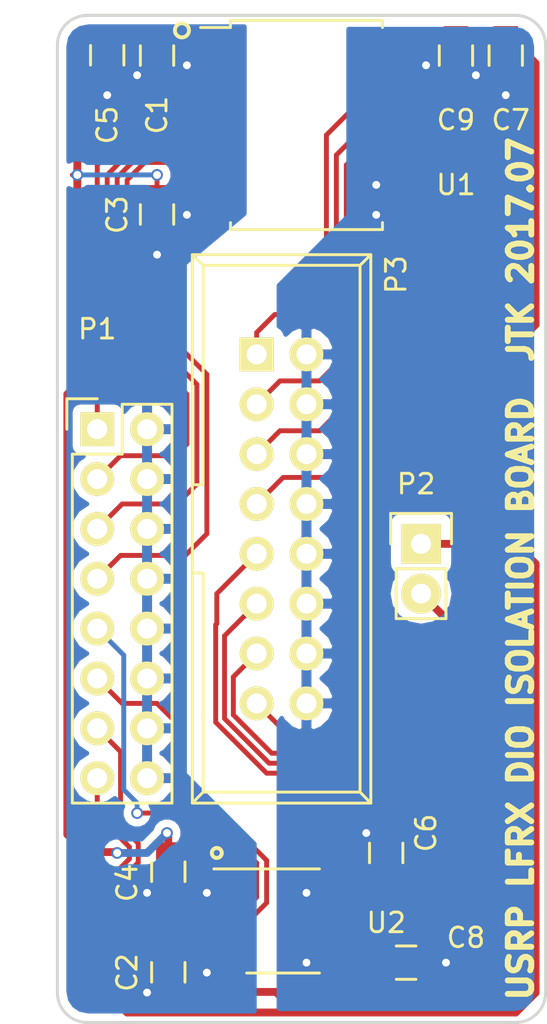
<source format=kicad_pcb>
(kicad_pcb (version 4) (host pcbnew 4.0.4-1.fc24-product)

  (general
    (links 64)
    (no_connects 0)
    (area 221.412999 63.932999 246.455001 115.391001)
    (thickness 1.6)
    (drawings 11)
    (tracks 276)
    (zones 0)
    (modules 14)
    (nets 21)
  )

  (page A4)
  (layers
    (0 F.Cu signal)
    (31 B.Cu signal)
    (32 B.Adhes user)
    (33 F.Adhes user)
    (34 B.Paste user)
    (35 F.Paste user)
    (36 B.SilkS user)
    (37 F.SilkS user)
    (38 B.Mask user)
    (39 F.Mask user)
    (40 Dwgs.User user)
    (41 Cmts.User user)
    (42 Eco1.User user)
    (43 Eco2.User user)
    (44 Edge.Cuts user)
    (45 Margin user)
    (46 B.CrtYd user)
    (47 F.CrtYd user)
    (48 B.Fab user)
    (49 F.Fab user)
  )

  (setup
    (last_trace_width 0.25)
    (user_trace_width 0.4)
    (trace_clearance 0.2)
    (zone_clearance 0.381)
    (zone_45_only no)
    (trace_min 0.2)
    (segment_width 0.2)
    (edge_width 0.15)
    (via_size 0.6)
    (via_drill 0.4)
    (via_min_size 0.4)
    (via_min_drill 0.3)
    (uvia_size 0.3)
    (uvia_drill 0.1)
    (uvias_allowed no)
    (uvia_min_size 0.2)
    (uvia_min_drill 0.1)
    (pcb_text_width 0.3)
    (pcb_text_size 1.5 1.5)
    (mod_edge_width 0.15)
    (mod_text_size 1 1)
    (mod_text_width 0.15)
    (pad_size 1.524 1.524)
    (pad_drill 0.762)
    (pad_to_mask_clearance 0.2)
    (aux_axis_origin 0 0)
    (visible_elements FFFEFF7F)
    (pcbplotparams
      (layerselection 0x00030_80000001)
      (usegerberextensions false)
      (excludeedgelayer true)
      (linewidth 0.100000)
      (plotframeref false)
      (viasonmask false)
      (mode 1)
      (useauxorigin false)
      (hpglpennumber 1)
      (hpglpenspeed 20)
      (hpglpendiameter 15)
      (hpglpenoverlay 2)
      (psnegative false)
      (psa4output false)
      (plotreference true)
      (plotvalue true)
      (plotinvisibletext false)
      (padsonsilk false)
      (subtractmaskfromsilk false)
      (outputformat 1)
      (mirror false)
      (drillshape 1)
      (scaleselection 1)
      (outputdirectory ""))
  )

  (net 0 "")
  (net 1 +3V3)
  (net 2 GND)
  (net 3 VDD)
  (net 4 GNDA)
  (net 5 /ISO_IN_1)
  (net 6 /ISO_IN_2)
  (net 7 /ISO_IN_3)
  (net 8 /ISO_IN_4)
  (net 9 /ISO_IN_5)
  (net 10 /ISO_IN_6)
  (net 11 /ISO_IN_7)
  (net 12 /ISO_IN_8)
  (net 13 /ISO_DIO_1)
  (net 14 /ISO_DIO_2)
  (net 15 /ISO_DIO_3)
  (net 16 /ISO_DIO_4)
  (net 17 /ISO_DIO_5)
  (net 18 /ISO_DIO_6)
  (net 19 /ISO_DIO_7)
  (net 20 /ISO_DIO_8)

  (net_class Default "This is the default net class."
    (clearance 0.2)
    (trace_width 0.25)
    (via_dia 0.6)
    (via_drill 0.4)
    (uvia_dia 0.3)
    (uvia_drill 0.1)
    (add_net +3V3)
    (add_net /ISO_DIO_1)
    (add_net /ISO_DIO_2)
    (add_net /ISO_DIO_3)
    (add_net /ISO_DIO_4)
    (add_net /ISO_DIO_5)
    (add_net /ISO_DIO_6)
    (add_net /ISO_DIO_7)
    (add_net /ISO_DIO_8)
    (add_net /ISO_IN_1)
    (add_net /ISO_IN_2)
    (add_net /ISO_IN_3)
    (add_net /ISO_IN_4)
    (add_net /ISO_IN_5)
    (add_net /ISO_IN_6)
    (add_net /ISO_IN_7)
    (add_net /ISO_IN_8)
    (add_net GND)
    (add_net GNDA)
    (add_net VDD)
  )

  (module Capacitors_SMD:C_0805 (layer F.Cu) (tedit 5415D6EA) (tstamp 5967E1C8)
    (at 238.252 106.68 90)
    (descr "Capacitor SMD 0805, reflow soldering, AVX (see smccp.pdf)")
    (tags "capacitor 0805")
    (path /5967E4BB)
    (attr smd)
    (fp_text reference C6 (at 1.016 2.032 90) (layer F.SilkS)
      (effects (font (size 1 1) (thickness 0.15)))
    )
    (fp_text value "100 nF" (at 0 2.1 90) (layer F.Fab)
      (effects (font (size 1 1) (thickness 0.15)))
    )
    (fp_line (start -1.8 -1) (end 1.8 -1) (layer F.CrtYd) (width 0.05))
    (fp_line (start -1.8 1) (end 1.8 1) (layer F.CrtYd) (width 0.05))
    (fp_line (start -1.8 -1) (end -1.8 1) (layer F.CrtYd) (width 0.05))
    (fp_line (start 1.8 -1) (end 1.8 1) (layer F.CrtYd) (width 0.05))
    (fp_line (start 0.5 -0.85) (end -0.5 -0.85) (layer F.SilkS) (width 0.15))
    (fp_line (start -0.5 0.85) (end 0.5 0.85) (layer F.SilkS) (width 0.15))
    (pad 1 smd rect (at -1 0 90) (size 1 1.25) (layers F.Cu F.Paste F.Mask)
      (net 3 VDD))
    (pad 2 smd rect (at 1 0 90) (size 1 1.25) (layers F.Cu F.Paste F.Mask)
      (net 4 GNDA))
    (model Capacitors_SMD.3dshapes/C_0805.wrl
      (at (xyz 0 0 0))
      (scale (xyz 1 1 1))
      (rotate (xyz 0 0 0))
    )
  )

  (module Capacitors_SMD:C_0805 (layer F.Cu) (tedit 5415D6EA) (tstamp 5967E1AA)
    (at 226.568 66.056 270)
    (descr "Capacitor SMD 0805, reflow soldering, AVX (see smccp.pdf)")
    (tags "capacitor 0805")
    (path /59682406)
    (attr smd)
    (fp_text reference C1 (at 3.032 0 270) (layer F.SilkS)
      (effects (font (size 1 1) (thickness 0.15)))
    )
    (fp_text value "10 uF" (at 0 2.1 270) (layer F.Fab)
      (effects (font (size 1 1) (thickness 0.15)))
    )
    (fp_line (start -1.8 -1) (end 1.8 -1) (layer F.CrtYd) (width 0.05))
    (fp_line (start -1.8 1) (end 1.8 1) (layer F.CrtYd) (width 0.05))
    (fp_line (start -1.8 -1) (end -1.8 1) (layer F.CrtYd) (width 0.05))
    (fp_line (start 1.8 -1) (end 1.8 1) (layer F.CrtYd) (width 0.05))
    (fp_line (start 0.5 -0.85) (end -0.5 -0.85) (layer F.SilkS) (width 0.15))
    (fp_line (start -0.5 0.85) (end 0.5 0.85) (layer F.SilkS) (width 0.15))
    (pad 1 smd rect (at -1 0 270) (size 1 1.25) (layers F.Cu F.Paste F.Mask)
      (net 1 +3V3))
    (pad 2 smd rect (at 1 0 270) (size 1 1.25) (layers F.Cu F.Paste F.Mask)
      (net 2 GND))
    (model Capacitors_SMD.3dshapes/C_0805.wrl
      (at (xyz 0 0 0))
      (scale (xyz 1 1 1))
      (rotate (xyz 0 0 0))
    )
  )

  (module Capacitors_SMD:C_0805 (layer F.Cu) (tedit 5415D6EA) (tstamp 5967E1B0)
    (at 227.143145 112.76 270)
    (descr "Capacitor SMD 0805, reflow soldering, AVX (see smccp.pdf)")
    (tags "capacitor 0805")
    (path /5967EF58)
    (attr smd)
    (fp_text reference C2 (at 0.016 2.099145 270) (layer F.SilkS)
      (effects (font (size 1 1) (thickness 0.15)))
    )
    (fp_text value "100 nF" (at -0.158101 0.752587 270) (layer F.Fab)
      (effects (font (size 1 1) (thickness 0.15)))
    )
    (fp_line (start -1.8 -1) (end 1.8 -1) (layer F.CrtYd) (width 0.05))
    (fp_line (start -1.8 1) (end 1.8 1) (layer F.CrtYd) (width 0.05))
    (fp_line (start -1.8 -1) (end -1.8 1) (layer F.CrtYd) (width 0.05))
    (fp_line (start 1.8 -1) (end 1.8 1) (layer F.CrtYd) (width 0.05))
    (fp_line (start 0.5 -0.85) (end -0.5 -0.85) (layer F.SilkS) (width 0.15))
    (fp_line (start -0.5 0.85) (end 0.5 0.85) (layer F.SilkS) (width 0.15))
    (pad 1 smd rect (at -1 0 270) (size 1 1.25) (layers F.Cu F.Paste F.Mask)
      (net 1 +3V3))
    (pad 2 smd rect (at 1 0 270) (size 1 1.25) (layers F.Cu F.Paste F.Mask)
      (net 2 GND))
    (model Capacitors_SMD.3dshapes/C_0805.wrl
      (at (xyz 0 0 0))
      (scale (xyz 1 1 1))
      (rotate (xyz 0 0 0))
    )
  )

  (module Capacitors_SMD:C_0805 (layer F.Cu) (tedit 5415D6EA) (tstamp 5967E1B6)
    (at 226.568 74.152 270)
    (descr "Capacitor SMD 0805, reflow soldering, AVX (see smccp.pdf)")
    (tags "capacitor 0805")
    (path /5968028A)
    (attr smd)
    (fp_text reference C3 (at 0.016 2.032 270) (layer F.SilkS)
      (effects (font (size 1 1) (thickness 0.15)))
    )
    (fp_text value "100 nF" (at 0 2.1 270) (layer F.Fab)
      (effects (font (size 1 1) (thickness 0.15)))
    )
    (fp_line (start -1.8 -1) (end 1.8 -1) (layer F.CrtYd) (width 0.05))
    (fp_line (start -1.8 1) (end 1.8 1) (layer F.CrtYd) (width 0.05))
    (fp_line (start -1.8 -1) (end -1.8 1) (layer F.CrtYd) (width 0.05))
    (fp_line (start 1.8 -1) (end 1.8 1) (layer F.CrtYd) (width 0.05))
    (fp_line (start 0.5 -0.85) (end -0.5 -0.85) (layer F.SilkS) (width 0.15))
    (fp_line (start -0.5 0.85) (end 0.5 0.85) (layer F.SilkS) (width 0.15))
    (pad 1 smd rect (at -1 0 270) (size 1 1.25) (layers F.Cu F.Paste F.Mask)
      (net 1 +3V3))
    (pad 2 smd rect (at 1 0 270) (size 1 1.25) (layers F.Cu F.Paste F.Mask)
      (net 2 GND))
    (model Capacitors_SMD.3dshapes/C_0805.wrl
      (at (xyz 0 0 0))
      (scale (xyz 1 1 1))
      (rotate (xyz 0 0 0))
    )
  )

  (module Capacitors_SMD:C_0805 (layer F.Cu) (tedit 5415D6EA) (tstamp 5967E1BC)
    (at 227.143145 107.636235 270)
    (descr "Capacitor SMD 0805, reflow soldering, AVX (see smccp.pdf)")
    (tags "capacitor 0805")
    (path /5967F26C)
    (attr smd)
    (fp_text reference C4 (at 0.567765 2.099145 270) (layer F.SilkS)
      (effects (font (size 1 1) (thickness 0.15)))
    )
    (fp_text value "100 nF" (at 0 2.1 270) (layer F.Fab)
      (effects (font (size 1 1) (thickness 0.15)))
    )
    (fp_line (start -1.8 -1) (end 1.8 -1) (layer F.CrtYd) (width 0.05))
    (fp_line (start -1.8 1) (end 1.8 1) (layer F.CrtYd) (width 0.05))
    (fp_line (start -1.8 -1) (end -1.8 1) (layer F.CrtYd) (width 0.05))
    (fp_line (start 1.8 -1) (end 1.8 1) (layer F.CrtYd) (width 0.05))
    (fp_line (start 0.5 -0.85) (end -0.5 -0.85) (layer F.SilkS) (width 0.15))
    (fp_line (start -0.5 0.85) (end 0.5 0.85) (layer F.SilkS) (width 0.15))
    (pad 1 smd rect (at -1 0 270) (size 1 1.25) (layers F.Cu F.Paste F.Mask)
      (net 1 +3V3))
    (pad 2 smd rect (at 1 0 270) (size 1 1.25) (layers F.Cu F.Paste F.Mask)
      (net 2 GND))
    (model Capacitors_SMD.3dshapes/C_0805.wrl
      (at (xyz 0 0 0))
      (scale (xyz 1 1 1))
      (rotate (xyz 0 0 0))
    )
  )

  (module Capacitors_SMD:C_0805 (layer F.Cu) (tedit 5415D6EA) (tstamp 5967E1C2)
    (at 224.028 66.04 270)
    (descr "Capacitor SMD 0805, reflow soldering, AVX (see smccp.pdf)")
    (tags "capacitor 0805")
    (path /596802A7)
    (attr smd)
    (fp_text reference C5 (at 3.556 0 270) (layer F.SilkS)
      (effects (font (size 1 1) (thickness 0.15)))
    )
    (fp_text value "100 nF" (at 0 2.1 270) (layer F.Fab)
      (effects (font (size 1 1) (thickness 0.15)))
    )
    (fp_line (start -1.8 -1) (end 1.8 -1) (layer F.CrtYd) (width 0.05))
    (fp_line (start -1.8 1) (end 1.8 1) (layer F.CrtYd) (width 0.05))
    (fp_line (start -1.8 -1) (end -1.8 1) (layer F.CrtYd) (width 0.05))
    (fp_line (start 1.8 -1) (end 1.8 1) (layer F.CrtYd) (width 0.05))
    (fp_line (start 0.5 -0.85) (end -0.5 -0.85) (layer F.SilkS) (width 0.15))
    (fp_line (start -0.5 0.85) (end 0.5 0.85) (layer F.SilkS) (width 0.15))
    (pad 1 smd rect (at -1 0 270) (size 1 1.25) (layers F.Cu F.Paste F.Mask)
      (net 1 +3V3))
    (pad 2 smd rect (at 1 0 270) (size 1 1.25) (layers F.Cu F.Paste F.Mask)
      (net 2 GND))
    (model Capacitors_SMD.3dshapes/C_0805.wrl
      (at (xyz 0 0 0))
      (scale (xyz 1 1 1))
      (rotate (xyz 0 0 0))
    )
  )

  (module Capacitors_SMD:C_0805 (layer F.Cu) (tedit 5415D6EA) (tstamp 5967E1CE)
    (at 244.348 66.056 270)
    (descr "Capacitor SMD 0805, reflow soldering, AVX (see smccp.pdf)")
    (tags "capacitor 0805")
    (path /59680259)
    (attr smd)
    (fp_text reference C7 (at 3.286 -0.254 360) (layer F.SilkS)
      (effects (font (size 1 1) (thickness 0.15)))
    )
    (fp_text value "100 nF" (at 0 2.1 270) (layer F.Fab)
      (effects (font (size 1 1) (thickness 0.15)))
    )
    (fp_line (start -1.8 -1) (end 1.8 -1) (layer F.CrtYd) (width 0.05))
    (fp_line (start -1.8 1) (end 1.8 1) (layer F.CrtYd) (width 0.05))
    (fp_line (start -1.8 -1) (end -1.8 1) (layer F.CrtYd) (width 0.05))
    (fp_line (start 1.8 -1) (end 1.8 1) (layer F.CrtYd) (width 0.05))
    (fp_line (start 0.5 -0.85) (end -0.5 -0.85) (layer F.SilkS) (width 0.15))
    (fp_line (start -0.5 0.85) (end 0.5 0.85) (layer F.SilkS) (width 0.15))
    (pad 1 smd rect (at -1 0 270) (size 1 1.25) (layers F.Cu F.Paste F.Mask)
      (net 3 VDD))
    (pad 2 smd rect (at 1 0 270) (size 1 1.25) (layers F.Cu F.Paste F.Mask)
      (net 4 GNDA))
    (model Capacitors_SMD.3dshapes/C_0805.wrl
      (at (xyz 0 0 0))
      (scale (xyz 1 1 1))
      (rotate (xyz 0 0 0))
    )
  )

  (module Capacitors_SMD:C_0805 (layer F.Cu) (tedit 5415D6EA) (tstamp 5967E1D4)
    (at 239.268 112.268)
    (descr "Capacitor SMD 0805, reflow soldering, AVX (see smccp.pdf)")
    (tags "capacitor 0805")
    (path /5968026F)
    (attr smd)
    (fp_text reference C8 (at 3.048 -1.27) (layer F.SilkS)
      (effects (font (size 1 1) (thickness 0.15)))
    )
    (fp_text value "100 nF" (at 0 2.1) (layer F.Fab)
      (effects (font (size 1 1) (thickness 0.15)))
    )
    (fp_line (start -1.8 -1) (end 1.8 -1) (layer F.CrtYd) (width 0.05))
    (fp_line (start -1.8 1) (end 1.8 1) (layer F.CrtYd) (width 0.05))
    (fp_line (start -1.8 -1) (end -1.8 1) (layer F.CrtYd) (width 0.05))
    (fp_line (start 1.8 -1) (end 1.8 1) (layer F.CrtYd) (width 0.05))
    (fp_line (start 0.5 -0.85) (end -0.5 -0.85) (layer F.SilkS) (width 0.15))
    (fp_line (start -0.5 0.85) (end 0.5 0.85) (layer F.SilkS) (width 0.15))
    (pad 1 smd rect (at -1 0) (size 1 1.25) (layers F.Cu F.Paste F.Mask)
      (net 3 VDD))
    (pad 2 smd rect (at 1 0) (size 1 1.25) (layers F.Cu F.Paste F.Mask)
      (net 4 GNDA))
    (model Capacitors_SMD.3dshapes/C_0805.wrl
      (at (xyz 0 0 0))
      (scale (xyz 1 1 1))
      (rotate (xyz 0 0 0))
    )
  )

  (module Capacitors_SMD:C_0805 (layer F.Cu) (tedit 5415D6EA) (tstamp 5967E1DA)
    (at 241.808 66.056 270)
    (descr "Capacitor SMD 0805, reflow soldering, AVX (see smccp.pdf)")
    (tags "capacitor 0805")
    (path /596825D3)
    (attr smd)
    (fp_text reference C9 (at 3.286 0 360) (layer F.SilkS)
      (effects (font (size 1 1) (thickness 0.15)))
    )
    (fp_text value "10 uF" (at 0 2.1 270) (layer F.Fab)
      (effects (font (size 1 1) (thickness 0.15)))
    )
    (fp_line (start -1.8 -1) (end 1.8 -1) (layer F.CrtYd) (width 0.05))
    (fp_line (start -1.8 1) (end 1.8 1) (layer F.CrtYd) (width 0.05))
    (fp_line (start -1.8 -1) (end -1.8 1) (layer F.CrtYd) (width 0.05))
    (fp_line (start 1.8 -1) (end 1.8 1) (layer F.CrtYd) (width 0.05))
    (fp_line (start 0.5 -0.85) (end -0.5 -0.85) (layer F.SilkS) (width 0.15))
    (fp_line (start -0.5 0.85) (end 0.5 0.85) (layer F.SilkS) (width 0.15))
    (pad 1 smd rect (at -1 0 270) (size 1 1.25) (layers F.Cu F.Paste F.Mask)
      (net 3 VDD))
    (pad 2 smd rect (at 1 0 270) (size 1 1.25) (layers F.Cu F.Paste F.Mask)
      (net 4 GNDA))
    (model Capacitors_SMD.3dshapes/C_0805.wrl
      (at (xyz 0 0 0))
      (scale (xyz 1 1 1))
      (rotate (xyz 0 0 0))
    )
  )

  (module Pin_Headers:Pin_Header_Straight_2x08 (layer F.Cu) (tedit 0) (tstamp 5967E1EE)
    (at 223.52 85.09)
    (descr "Through hole pin header")
    (tags "pin header")
    (path /59680870)
    (fp_text reference P1 (at 0 -5.1) (layer F.SilkS)
      (effects (font (size 1 1) (thickness 0.15)))
    )
    (fp_text value CONN_02X08 (at 0 -3.1) (layer F.Fab)
      (effects (font (size 1 1) (thickness 0.15)))
    )
    (fp_line (start -1.75 -1.75) (end -1.75 19.55) (layer F.CrtYd) (width 0.05))
    (fp_line (start 4.3 -1.75) (end 4.3 19.55) (layer F.CrtYd) (width 0.05))
    (fp_line (start -1.75 -1.75) (end 4.3 -1.75) (layer F.CrtYd) (width 0.05))
    (fp_line (start -1.75 19.55) (end 4.3 19.55) (layer F.CrtYd) (width 0.05))
    (fp_line (start 3.81 19.05) (end 3.81 -1.27) (layer F.SilkS) (width 0.15))
    (fp_line (start -1.27 1.27) (end -1.27 19.05) (layer F.SilkS) (width 0.15))
    (fp_line (start 3.81 19.05) (end -1.27 19.05) (layer F.SilkS) (width 0.15))
    (fp_line (start 3.81 -1.27) (end 1.27 -1.27) (layer F.SilkS) (width 0.15))
    (fp_line (start 0 -1.55) (end -1.55 -1.55) (layer F.SilkS) (width 0.15))
    (fp_line (start 1.27 -1.27) (end 1.27 1.27) (layer F.SilkS) (width 0.15))
    (fp_line (start 1.27 1.27) (end -1.27 1.27) (layer F.SilkS) (width 0.15))
    (fp_line (start -1.55 -1.55) (end -1.55 0) (layer F.SilkS) (width 0.15))
    (pad 1 thru_hole rect (at 0 0) (size 1.7272 1.7272) (drill 1.016) (layers *.Cu *.Mask F.SilkS)
      (net 5 /ISO_IN_1))
    (pad 2 thru_hole oval (at 2.54 0) (size 1.7272 1.7272) (drill 1.016) (layers *.Cu *.Mask F.SilkS)
      (net 2 GND))
    (pad 3 thru_hole oval (at 0 2.54) (size 1.7272 1.7272) (drill 1.016) (layers *.Cu *.Mask F.SilkS)
      (net 6 /ISO_IN_2))
    (pad 4 thru_hole oval (at 2.54 2.54) (size 1.7272 1.7272) (drill 1.016) (layers *.Cu *.Mask F.SilkS)
      (net 2 GND))
    (pad 5 thru_hole oval (at 0 5.08) (size 1.7272 1.7272) (drill 1.016) (layers *.Cu *.Mask F.SilkS)
      (net 7 /ISO_IN_3))
    (pad 6 thru_hole oval (at 2.54 5.08) (size 1.7272 1.7272) (drill 1.016) (layers *.Cu *.Mask F.SilkS)
      (net 2 GND))
    (pad 7 thru_hole oval (at 0 7.62) (size 1.7272 1.7272) (drill 1.016) (layers *.Cu *.Mask F.SilkS)
      (net 8 /ISO_IN_4))
    (pad 8 thru_hole oval (at 2.54 7.62) (size 1.7272 1.7272) (drill 1.016) (layers *.Cu *.Mask F.SilkS)
      (net 2 GND))
    (pad 9 thru_hole oval (at 0 10.16) (size 1.7272 1.7272) (drill 1.016) (layers *.Cu *.Mask F.SilkS)
      (net 9 /ISO_IN_5))
    (pad 10 thru_hole oval (at 2.54 10.16) (size 1.7272 1.7272) (drill 1.016) (layers *.Cu *.Mask F.SilkS)
      (net 2 GND))
    (pad 11 thru_hole oval (at 0 12.7) (size 1.7272 1.7272) (drill 1.016) (layers *.Cu *.Mask F.SilkS)
      (net 10 /ISO_IN_6))
    (pad 12 thru_hole oval (at 2.54 12.7) (size 1.7272 1.7272) (drill 1.016) (layers *.Cu *.Mask F.SilkS)
      (net 2 GND))
    (pad 13 thru_hole oval (at 0 15.24) (size 1.7272 1.7272) (drill 1.016) (layers *.Cu *.Mask F.SilkS)
      (net 11 /ISO_IN_7))
    (pad 14 thru_hole oval (at 2.54 15.24) (size 1.7272 1.7272) (drill 1.016) (layers *.Cu *.Mask F.SilkS)
      (net 2 GND))
    (pad 15 thru_hole oval (at 0 17.78) (size 1.7272 1.7272) (drill 1.016) (layers *.Cu *.Mask F.SilkS)
      (net 12 /ISO_IN_8))
    (pad 16 thru_hole oval (at 2.54 17.78) (size 1.7272 1.7272) (drill 1.016) (layers *.Cu *.Mask F.SilkS)
      (net 2 GND))
    (model Pin_Headers.3dshapes/Pin_Header_Straight_2x08.wrl
      (at (xyz 0.05 -0.35 0))
      (scale (xyz 1 1 1))
      (rotate (xyz 0 0 90))
    )
  )

  (module Pin_Headers:Pin_Header_Straight_1x02 (layer F.Cu) (tedit 54EA090C) (tstamp 5967E1F4)
    (at 240.03 90.932)
    (descr "Through hole pin header")
    (tags "pin header")
    (path /596832B5)
    (fp_text reference P2 (at -0.254 -3.048) (layer F.SilkS)
      (effects (font (size 1 1) (thickness 0.15)))
    )
    (fp_text value CONN_01X02 (at 0 -3.1) (layer F.Fab)
      (effects (font (size 1 1) (thickness 0.15)))
    )
    (fp_line (start 1.27 1.27) (end 1.27 3.81) (layer F.SilkS) (width 0.15))
    (fp_line (start 1.55 -1.55) (end 1.55 0) (layer F.SilkS) (width 0.15))
    (fp_line (start -1.75 -1.75) (end -1.75 4.3) (layer F.CrtYd) (width 0.05))
    (fp_line (start 1.75 -1.75) (end 1.75 4.3) (layer F.CrtYd) (width 0.05))
    (fp_line (start -1.75 -1.75) (end 1.75 -1.75) (layer F.CrtYd) (width 0.05))
    (fp_line (start -1.75 4.3) (end 1.75 4.3) (layer F.CrtYd) (width 0.05))
    (fp_line (start 1.27 1.27) (end -1.27 1.27) (layer F.SilkS) (width 0.15))
    (fp_line (start -1.55 0) (end -1.55 -1.55) (layer F.SilkS) (width 0.15))
    (fp_line (start -1.55 -1.55) (end 1.55 -1.55) (layer F.SilkS) (width 0.15))
    (fp_line (start -1.27 1.27) (end -1.27 3.81) (layer F.SilkS) (width 0.15))
    (fp_line (start -1.27 3.81) (end 1.27 3.81) (layer F.SilkS) (width 0.15))
    (pad 1 thru_hole rect (at 0 0) (size 2.032 2.032) (drill 1.016) (layers *.Cu *.Mask F.SilkS)
      (net 1 +3V3))
    (pad 2 thru_hole oval (at 0 2.54) (size 2.032 2.032) (drill 1.016) (layers *.Cu *.Mask F.SilkS)
      (net 2 GND))
    (model Pin_Headers.3dshapes/Pin_Header_Straight_1x02.wrl
      (at (xyz 0 -0.05 0))
      (scale (xyz 1 1 1))
      (rotate (xyz 0 0 90))
    )
  )

  (module Connect:IDC_Header_Straight_16pins (layer F.Cu) (tedit 0) (tstamp 5967E208)
    (at 231.648 81.28 270)
    (descr "16 pins through hole IDC header")
    (tags "IDC header socket VASCH")
    (path /5967E7CD)
    (fp_text reference P3 (at -4.064 -7.112 270) (layer F.SilkS)
      (effects (font (size 1 1) (thickness 0.15)))
    )
    (fp_text value CONN_02X08 (at 8.89 5.223 270) (layer F.Fab)
      (effects (font (size 1 1) (thickness 0.15)))
    )
    (fp_line (start -5.08 -5.82) (end 22.86 -5.82) (layer F.SilkS) (width 0.15))
    (fp_line (start -4.54 -5.27) (end 22.3 -5.27) (layer F.SilkS) (width 0.15))
    (fp_line (start -5.08 3.28) (end 22.86 3.28) (layer F.SilkS) (width 0.15))
    (fp_line (start -4.54 2.73) (end 6.64 2.73) (layer F.SilkS) (width 0.15))
    (fp_line (start 11.14 2.73) (end 22.3 2.73) (layer F.SilkS) (width 0.15))
    (fp_line (start 6.64 2.73) (end 6.64 3.28) (layer F.SilkS) (width 0.15))
    (fp_line (start 11.14 2.73) (end 11.14 3.28) (layer F.SilkS) (width 0.15))
    (fp_line (start -5.08 -5.82) (end -5.08 3.28) (layer F.SilkS) (width 0.15))
    (fp_line (start -4.54 -5.27) (end -4.54 2.73) (layer F.SilkS) (width 0.15))
    (fp_line (start 22.86 -5.82) (end 22.86 3.28) (layer F.SilkS) (width 0.15))
    (fp_line (start 22.3 -5.27) (end 22.3 2.73) (layer F.SilkS) (width 0.15))
    (fp_line (start -5.08 -5.82) (end -4.54 -5.27) (layer F.SilkS) (width 0.15))
    (fp_line (start 22.86 -5.82) (end 22.3 -5.27) (layer F.SilkS) (width 0.15))
    (fp_line (start -5.08 3.28) (end -4.54 2.73) (layer F.SilkS) (width 0.15))
    (fp_line (start 22.86 3.28) (end 22.3 2.73) (layer F.SilkS) (width 0.15))
    (fp_line (start -5.35 -6.05) (end 23.1 -6.05) (layer F.CrtYd) (width 0.05))
    (fp_line (start 23.1 -6.05) (end 23.1 3.55) (layer F.CrtYd) (width 0.05))
    (fp_line (start 23.1 3.55) (end -5.35 3.55) (layer F.CrtYd) (width 0.05))
    (fp_line (start -5.35 3.55) (end -5.35 -6.05) (layer F.CrtYd) (width 0.05))
    (pad 1 thru_hole rect (at 0 0 270) (size 1.7272 1.7272) (drill 1.016) (layers *.Cu *.Mask F.SilkS)
      (net 13 /ISO_DIO_1))
    (pad 2 thru_hole oval (at 0 -2.54 270) (size 1.7272 1.7272) (drill 1.016) (layers *.Cu *.Mask F.SilkS)
      (net 4 GNDA))
    (pad 3 thru_hole oval (at 2.54 0 270) (size 1.7272 1.7272) (drill 1.016) (layers *.Cu *.Mask F.SilkS)
      (net 14 /ISO_DIO_2))
    (pad 4 thru_hole oval (at 2.54 -2.54 270) (size 1.7272 1.7272) (drill 1.016) (layers *.Cu *.Mask F.SilkS)
      (net 4 GNDA))
    (pad 5 thru_hole oval (at 5.08 0 270) (size 1.7272 1.7272) (drill 1.016) (layers *.Cu *.Mask F.SilkS)
      (net 15 /ISO_DIO_3))
    (pad 6 thru_hole oval (at 5.08 -2.54 270) (size 1.7272 1.7272) (drill 1.016) (layers *.Cu *.Mask F.SilkS)
      (net 4 GNDA))
    (pad 7 thru_hole oval (at 7.62 0 270) (size 1.7272 1.7272) (drill 1.016) (layers *.Cu *.Mask F.SilkS)
      (net 16 /ISO_DIO_4))
    (pad 8 thru_hole oval (at 7.62 -2.54 270) (size 1.7272 1.7272) (drill 1.016) (layers *.Cu *.Mask F.SilkS)
      (net 4 GNDA))
    (pad 9 thru_hole oval (at 10.16 0 270) (size 1.7272 1.7272) (drill 1.016) (layers *.Cu *.Mask F.SilkS)
      (net 17 /ISO_DIO_5))
    (pad 10 thru_hole oval (at 10.16 -2.54 270) (size 1.7272 1.7272) (drill 1.016) (layers *.Cu *.Mask F.SilkS)
      (net 4 GNDA))
    (pad 11 thru_hole oval (at 12.7 0 270) (size 1.7272 1.7272) (drill 1.016) (layers *.Cu *.Mask F.SilkS)
      (net 18 /ISO_DIO_6))
    (pad 12 thru_hole oval (at 12.7 -2.54 270) (size 1.7272 1.7272) (drill 1.016) (layers *.Cu *.Mask F.SilkS)
      (net 4 GNDA))
    (pad 13 thru_hole oval (at 15.24 0 270) (size 1.7272 1.7272) (drill 1.016) (layers *.Cu *.Mask F.SilkS)
      (net 19 /ISO_DIO_7))
    (pad 14 thru_hole oval (at 15.24 -2.54 270) (size 1.7272 1.7272) (drill 1.016) (layers *.Cu *.Mask F.SilkS)
      (net 4 GNDA))
    (pad 15 thru_hole oval (at 17.78 0 270) (size 1.7272 1.7272) (drill 1.016) (layers *.Cu *.Mask F.SilkS)
      (net 20 /ISO_DIO_8))
    (pad 16 thru_hole oval (at 17.78 -2.54 270) (size 1.7272 1.7272) (drill 1.016) (layers *.Cu *.Mask F.SilkS)
      (net 4 GNDA))
  )

  (module Housings_SOIC:SOIC-16_7.5x10.3mm_Pitch1.27mm (layer F.Cu) (tedit 54130A77) (tstamp 5967E21C)
    (at 234.188 69.596)
    (descr "16-Lead Plastic Small Outline (SO) - Wide, 7.50 mm Body [SOIC] (see Microchip Packaging Specification 00000049BS.pdf)")
    (tags "SOIC 1.27")
    (path /59681FCD)
    (attr smd)
    (fp_text reference U1 (at 7.62 3.048) (layer F.SilkS)
      (effects (font (size 1 1) (thickness 0.15)))
    )
    (fp_text value ADUM6400ARWZ (at 0 6.25) (layer F.Fab)
      (effects (font (size 1 1) (thickness 0.15)))
    )
    (fp_line (start -5.65 -5.5) (end -5.65 5.5) (layer F.CrtYd) (width 0.05))
    (fp_line (start 5.65 -5.5) (end 5.65 5.5) (layer F.CrtYd) (width 0.05))
    (fp_line (start -5.65 -5.5) (end 5.65 -5.5) (layer F.CrtYd) (width 0.05))
    (fp_line (start -5.65 5.5) (end 5.65 5.5) (layer F.CrtYd) (width 0.05))
    (fp_line (start -3.875 -5.325) (end -3.875 -4.97) (layer F.SilkS) (width 0.15))
    (fp_line (start 3.875 -5.325) (end 3.875 -4.97) (layer F.SilkS) (width 0.15))
    (fp_line (start 3.875 5.325) (end 3.875 4.97) (layer F.SilkS) (width 0.15))
    (fp_line (start -3.875 5.325) (end -3.875 4.97) (layer F.SilkS) (width 0.15))
    (fp_line (start -3.875 -5.325) (end 3.875 -5.325) (layer F.SilkS) (width 0.15))
    (fp_line (start -3.875 5.325) (end 3.875 5.325) (layer F.SilkS) (width 0.15))
    (fp_line (start -3.875 -4.97) (end -5.4 -4.97) (layer F.SilkS) (width 0.15))
    (pad 1 smd rect (at -4.65 -4.445) (size 1.5 0.6) (layers F.Cu F.Paste F.Mask)
      (net 1 +3V3))
    (pad 2 smd rect (at -4.65 -3.175) (size 1.5 0.6) (layers F.Cu F.Paste F.Mask)
      (net 2 GND))
    (pad 3 smd rect (at -4.65 -1.905) (size 1.5 0.6) (layers F.Cu F.Paste F.Mask)
      (net 5 /ISO_IN_1))
    (pad 4 smd rect (at -4.65 -0.635) (size 1.5 0.6) (layers F.Cu F.Paste F.Mask)
      (net 6 /ISO_IN_2))
    (pad 5 smd rect (at -4.65 0.635) (size 1.5 0.6) (layers F.Cu F.Paste F.Mask)
      (net 7 /ISO_IN_3))
    (pad 6 smd rect (at -4.65 1.905) (size 1.5 0.6) (layers F.Cu F.Paste F.Mask)
      (net 8 /ISO_IN_4))
    (pad 7 smd rect (at -4.65 3.175) (size 1.5 0.6) (layers F.Cu F.Paste F.Mask)
      (net 1 +3V3))
    (pad 8 smd rect (at -4.65 4.445) (size 1.5 0.6) (layers F.Cu F.Paste F.Mask)
      (net 2 GND))
    (pad 9 smd rect (at 4.65 4.445) (size 1.5 0.6) (layers F.Cu F.Paste F.Mask)
      (net 4 GNDA))
    (pad 10 smd rect (at 4.65 3.175) (size 1.5 0.6) (layers F.Cu F.Paste F.Mask)
      (net 4 GNDA))
    (pad 11 smd rect (at 4.65 1.905) (size 1.5 0.6) (layers F.Cu F.Paste F.Mask)
      (net 16 /ISO_DIO_4))
    (pad 12 smd rect (at 4.65 0.635) (size 1.5 0.6) (layers F.Cu F.Paste F.Mask)
      (net 15 /ISO_DIO_3))
    (pad 13 smd rect (at 4.65 -0.635) (size 1.5 0.6) (layers F.Cu F.Paste F.Mask)
      (net 14 /ISO_DIO_2))
    (pad 14 smd rect (at 4.65 -1.905) (size 1.5 0.6) (layers F.Cu F.Paste F.Mask)
      (net 13 /ISO_DIO_1))
    (pad 15 smd rect (at 4.65 -3.175) (size 1.5 0.6) (layers F.Cu F.Paste F.Mask)
      (net 4 GNDA))
    (pad 16 smd rect (at 4.65 -4.445) (size 1.5 0.6) (layers F.Cu F.Paste F.Mask)
      (net 3 VDD))
    (model Housings_SOIC.3dshapes/SOIC-16_7.5x10.3mm_Pitch1.27mm.wrl
      (at (xyz 0 0 0))
      (scale (xyz 1 1 1))
      (rotate (xyz 0 0 0))
    )
  )

  (module Housings_SSOP:QSOP-16_3.9x4.9mm_Pitch0.635mm (layer F.Cu) (tedit 54130A77) (tstamp 5967E230)
    (at 232.994558 110.145134)
    (descr "16-Lead Plastic Shrink Small Outline Narrow Body (QR)-.150\" Body [QSOP] (see Microchip Packaging Specification 00000049BS.pdf)")
    (tags "SSOP 0.635")
    (path /5967E21C)
    (attr smd)
    (fp_text reference U2 (at 5.257442 0.090866) (layer F.SilkS)
      (effects (font (size 1 1) (thickness 0.15)))
    )
    (fp_text value ADUM7440 (at 0 3.5) (layer F.Fab)
      (effects (font (size 1 1) (thickness 0.15)))
    )
    (fp_line (start -3.7 -2.75) (end -3.7 2.75) (layer F.CrtYd) (width 0.05))
    (fp_line (start 3.7 -2.75) (end 3.7 2.75) (layer F.CrtYd) (width 0.05))
    (fp_line (start -3.7 -2.75) (end 3.7 -2.75) (layer F.CrtYd) (width 0.05))
    (fp_line (start -3.7 2.75) (end 3.7 2.75) (layer F.CrtYd) (width 0.05))
    (fp_line (start -1.8543 2.6525) (end 1.8543 2.6525) (layer F.SilkS) (width 0.15))
    (fp_line (start -3.5293 -2.6525) (end 1.8543 -2.6525) (layer F.SilkS) (width 0.15))
    (pad 1 smd rect (at -2.6543 -2.2225) (size 1.6 0.41) (layers F.Cu F.Paste F.Mask)
      (net 1 +3V3))
    (pad 2 smd rect (at -2.6543 -1.5875) (size 1.6 0.41) (layers F.Cu F.Paste F.Mask)
      (net 2 GND))
    (pad 3 smd rect (at -2.6543 -0.9525) (size 1.6 0.41) (layers F.Cu F.Paste F.Mask)
      (net 9 /ISO_IN_5))
    (pad 4 smd rect (at -2.6543 -0.3175) (size 1.6 0.41) (layers F.Cu F.Paste F.Mask)
      (net 10 /ISO_IN_6))
    (pad 5 smd rect (at -2.6543 0.3175) (size 1.6 0.41) (layers F.Cu F.Paste F.Mask)
      (net 11 /ISO_IN_7))
    (pad 6 smd rect (at -2.6543 0.9525) (size 1.6 0.41) (layers F.Cu F.Paste F.Mask)
      (net 12 /ISO_IN_8))
    (pad 7 smd rect (at -2.6543 1.5875) (size 1.6 0.41) (layers F.Cu F.Paste F.Mask)
      (net 1 +3V3))
    (pad 8 smd rect (at -2.6543 2.2225) (size 1.6 0.41) (layers F.Cu F.Paste F.Mask)
      (net 2 GND))
    (pad 9 smd rect (at 2.6543 2.2225) (size 1.6 0.41) (layers F.Cu F.Paste F.Mask)
      (net 4 GNDA))
    (pad 10 smd rect (at 2.6543 1.5875) (size 1.6 0.41) (layers F.Cu F.Paste F.Mask)
      (net 3 VDD))
    (pad 11 smd rect (at 2.6543 0.9525) (size 1.6 0.41) (layers F.Cu F.Paste F.Mask)
      (net 20 /ISO_DIO_8))
    (pad 12 smd rect (at 2.6543 0.3175) (size 1.6 0.41) (layers F.Cu F.Paste F.Mask)
      (net 19 /ISO_DIO_7))
    (pad 13 smd rect (at 2.6543 -0.3175) (size 1.6 0.41) (layers F.Cu F.Paste F.Mask)
      (net 18 /ISO_DIO_6))
    (pad 14 smd rect (at 2.6543 -0.9525) (size 1.6 0.41) (layers F.Cu F.Paste F.Mask)
      (net 17 /ISO_DIO_5))
    (pad 15 smd rect (at 2.6543 -1.5875) (size 1.6 0.41) (layers F.Cu F.Paste F.Mask)
      (net 4 GNDA))
    (pad 16 smd rect (at 2.6543 -2.2225) (size 1.6 0.41) (layers F.Cu F.Paste F.Mask)
      (net 3 VDD))
    (model Housings_SSOP.3dshapes/QSOP-16_3.9x4.9mm_Pitch0.635mm.wrl
      (at (xyz 0 0 0))
      (scale (xyz 1 1 1))
      (rotate (xyz 0 0 0))
    )
  )

  (gr_text "USRP LFRX DIO ISOLATION BOARD  JTK 2017.07" (at 245.11 92.202 90) (layer F.SilkS)
    (effects (font (size 1.2 1.2) (thickness 0.3)))
  )
  (gr_circle (center 227.838 64.77) (end 227.584 64.516) (layer F.SilkS) (width 0.2))
  (gr_circle (center 229.616 106.68) (end 229.362 106.68) (layer F.SilkS) (width 0.2))
  (gr_line (start 246.38 65.532) (end 246.38 113.792) (layer Edge.Cuts) (width 0.15))
  (gr_line (start 223.012 64.008) (end 244.856 64.008) (layer Edge.Cuts) (width 0.15))
  (gr_line (start 221.488 113.792) (end 221.488 65.532) (layer Edge.Cuts) (width 0.15))
  (gr_line (start 244.856 115.316) (end 223.012 115.316) (layer Edge.Cuts) (width 0.15))
  (gr_arc (start 223.012 65.532) (end 221.488 65.532) (angle 90) (layer Edge.Cuts) (width 0.15))
  (gr_arc (start 244.856 65.532) (end 244.856 64.008) (angle 90) (layer Edge.Cuts) (width 0.15))
  (gr_arc (start 244.856 113.792) (end 246.38 113.792) (angle 90) (layer Edge.Cuts) (width 0.15))
  (gr_arc (start 223.012 113.792) (end 223.012 115.316) (angle 90) (layer Edge.Cuts) (width 0.15))

  (segment (start 224.536 106.68) (end 226.06 106.68) (width 0.4) (layer B.Cu) (net 1))
  (segment (start 226.06 106.68) (end 226.103765 106.636235) (width 0.4) (layer B.Cu) (net 1))
  (segment (start 222.89499 106.636235) (end 224.492235 106.636235) (width 0.4) (layer F.Cu) (net 1))
  (via (at 224.536 106.68) (size 0.6) (drill 0.4) (layers F.Cu B.Cu) (net 1))
  (segment (start 224.492235 106.636235) (end 224.536 106.68) (width 0.4) (layer F.Cu) (net 1))
  (segment (start 224.492235 111.76) (end 224.492235 114.256235) (width 0.4) (layer F.Cu) (net 1))
  (segment (start 224.492235 114.256235) (end 225.044 114.808) (width 0.4) (layer F.Cu) (net 1))
  (segment (start 241.446 90.932) (end 240.03 90.932) (width 0.4) (layer F.Cu) (net 1))
  (segment (start 225.044 114.808) (end 244.856 114.808) (width 0.4) (layer F.Cu) (net 1))
  (segment (start 244.856 114.808) (end 245.872 113.792) (width 0.4) (layer F.Cu) (net 1))
  (segment (start 245.872 91.948) (end 244.856 90.932) (width 0.4) (layer F.Cu) (net 1))
  (segment (start 245.872 113.792) (end 245.872 91.948) (width 0.4) (layer F.Cu) (net 1))
  (segment (start 244.856 90.932) (end 241.446 90.932) (width 0.4) (layer F.Cu) (net 1))
  (segment (start 226.568 65.056) (end 228.293 65.056) (width 0.4) (layer F.Cu) (net 1))
  (segment (start 228.293 65.056) (end 228.388 65.151) (width 0.4) (layer F.Cu) (net 1))
  (segment (start 224.028 65.04) (end 226.552 65.04) (width 0.4) (layer F.Cu) (net 1))
  (segment (start 226.552 65.04) (end 226.568 65.056) (width 0.4) (layer F.Cu) (net 1))
  (segment (start 222.996 65.04) (end 222.504 65.532) (width 0.4) (layer F.Cu) (net 1))
  (segment (start 222.504 65.532) (end 222.504 66.04) (width 0.4) (layer F.Cu) (net 1))
  (segment (start 224.028 65.04) (end 222.996 65.04) (width 0.4) (layer F.Cu) (net 1))
  (segment (start 222.504 72.136) (end 222.504 82.804) (width 0.4) (layer F.Cu) (net 1))
  (segment (start 222.504 82.804) (end 221.996 83.312) (width 0.4) (layer F.Cu) (net 1))
  (segment (start 221.996 105.737245) (end 222.89499 106.636235) (width 0.4) (layer F.Cu) (net 1))
  (segment (start 221.996 83.312) (end 221.996 105.737245) (width 0.4) (layer F.Cu) (net 1))
  (segment (start 222.504 66.04) (end 222.504 72.136) (width 0.4) (layer F.Cu) (net 1))
  (segment (start 222.504 72.136) (end 222.256399 72.136) (width 0.25) (layer F.Cu) (net 1))
  (segment (start 223.012 72.136) (end 222.504 72.136) (width 0.25) (layer B.Cu) (net 1))
  (via (at 222.504 72.136) (size 0.6) (drill 0.4) (layers F.Cu B.Cu) (net 1))
  (segment (start 226.568 72.136) (end 223.012 72.136) (width 0.25) (layer B.Cu) (net 1))
  (segment (start 226.568 73.152) (end 226.568 72.136) (width 0.25) (layer F.Cu) (net 1))
  (via (at 226.568 72.136) (size 0.6) (drill 0.4) (layers F.Cu B.Cu) (net 1))
  (segment (start 228.473 72.771) (end 228.092 73.152) (width 0.25) (layer F.Cu) (net 1))
  (segment (start 228.092 73.152) (end 226.568 73.152) (width 0.25) (layer F.Cu) (net 1))
  (segment (start 229.538 72.771) (end 228.473 72.771) (width 0.25) (layer F.Cu) (net 1))
  (segment (start 222.594991 106.336236) (end 222.89499 106.636235) (width 0.4) (layer F.Cu) (net 1))
  (segment (start 222.256399 105.997644) (end 222.594991 106.336236) (width 0.4) (layer F.Cu) (net 1))
  (segment (start 224.492235 111.76) (end 222.89499 110.162755) (width 0.4) (layer F.Cu) (net 1))
  (segment (start 222.89499 107.060499) (end 222.89499 106.636235) (width 0.4) (layer F.Cu) (net 1))
  (segment (start 227.076 105.664) (end 226.103765 106.636235) (width 0.4) (layer B.Cu) (net 1))
  (segment (start 222.89499 110.162755) (end 222.89499 107.060499) (width 0.4) (layer F.Cu) (net 1))
  (segment (start 227.143145 105.731145) (end 227.076 105.664) (width 0.4) (layer F.Cu) (net 1))
  (via (at 227.076 105.664) (size 0.6) (drill 0.4) (layers F.Cu B.Cu) (net 1))
  (segment (start 227.143145 106.636235) (end 227.143145 105.731145) (width 0.4) (layer F.Cu) (net 1))
  (segment (start 230.340258 107.922634) (end 229.140258 107.922634) (width 0.4) (layer F.Cu) (net 1))
  (segment (start 229.140258 107.922634) (end 228.913624 107.696) (width 0.4) (layer F.Cu) (net 1))
  (segment (start 228.913624 107.696) (end 228.913624 106.993624) (width 0.4) (layer F.Cu) (net 1))
  (segment (start 228.913624 106.993624) (end 228.556235 106.636235) (width 0.4) (layer F.Cu) (net 1))
  (segment (start 228.556235 106.636235) (end 227.143145 106.636235) (width 0.4) (layer F.Cu) (net 1))
  (segment (start 227.143145 111.76) (end 224.492235 111.76) (width 0.4) (layer F.Cu) (net 1))
  (segment (start 230.340258 111.732634) (end 227.170511 111.732634) (width 0.4) (layer F.Cu) (net 1))
  (segment (start 227.170511 111.732634) (end 227.143145 111.76) (width 0.4) (layer F.Cu) (net 1))
  (segment (start 229.538 65.151) (end 228.388 65.151) (width 0.4) (layer F.Cu) (net 1))
  (segment (start 241.045999 94.487999) (end 240.03 93.472) (width 0.4) (layer F.Cu) (net 2))
  (segment (start 243.424011 114.207989) (end 244.856 112.776) (width 0.4) (layer F.Cu) (net 2))
  (segment (start 233.079989 114.207989) (end 243.424011 114.207989) (width 0.4) (layer F.Cu) (net 2))
  (segment (start 232.632 113.76) (end 233.079989 114.207989) (width 0.4) (layer F.Cu) (net 2))
  (segment (start 227.143145 113.76) (end 232.632 113.76) (width 0.4) (layer F.Cu) (net 2))
  (segment (start 244.856 98.298) (end 241.045999 94.487999) (width 0.4) (layer F.Cu) (net 2))
  (segment (start 244.856 112.776) (end 244.856 98.298) (width 0.4) (layer F.Cu) (net 2))
  (segment (start 224.028 67.04) (end 224.028 68.072) (width 0.4) (layer F.Cu) (net 2))
  (via (at 224.028 68.072) (size 0.6) (drill 0.4) (layers F.Cu B.Cu) (net 2))
  (segment (start 226.568 67.056) (end 225.552 67.056) (width 0.4) (layer F.Cu) (net 2))
  (via (at 225.552 67.056) (size 0.6) (drill 0.4) (layers F.Cu B.Cu) (net 2))
  (segment (start 229.538 66.421) (end 228.219 66.421) (width 0.4) (layer F.Cu) (net 2))
  (segment (start 228.219 66.421) (end 228.092 66.548) (width 0.4) (layer F.Cu) (net 2))
  (via (at 228.092 66.548) (size 0.6) (drill 0.4) (layers F.Cu B.Cu) (net 2))
  (segment (start 229.538 74.041) (end 228.219 74.041) (width 0.4) (layer F.Cu) (net 2))
  (segment (start 228.219 74.041) (end 228.092 74.168) (width 0.4) (layer F.Cu) (net 2))
  (via (at 228.092 74.168) (size 0.6) (drill 0.4) (layers F.Cu B.Cu) (net 2))
  (segment (start 226.568 75.152) (end 226.568 76.2) (width 0.4) (layer F.Cu) (net 2))
  (via (at 226.568 76.2) (size 0.6) (drill 0.4) (layers F.Cu B.Cu) (net 2))
  (segment (start 227.143145 113.76) (end 226.092 113.76) (width 0.25) (layer F.Cu) (net 2))
  (segment (start 226.092 113.76) (end 226.06 113.792) (width 0.25) (layer F.Cu) (net 2))
  (via (at 226.06 113.792) (size 0.6) (drill 0.4) (layers F.Cu B.Cu) (net 2))
  (segment (start 230.340258 112.367634) (end 229.516366 112.367634) (width 0.25) (layer F.Cu) (net 2))
  (segment (start 229.516366 112.367634) (end 229.108 112.776) (width 0.25) (layer F.Cu) (net 2))
  (via (at 229.108 112.776) (size 0.6) (drill 0.4) (layers F.Cu B.Cu) (net 2))
  (segment (start 227.143145 108.636235) (end 226.135765 108.636235) (width 0.25) (layer F.Cu) (net 2))
  (segment (start 226.135765 108.636235) (end 226.06 108.712) (width 0.25) (layer F.Cu) (net 2))
  (via (at 226.06 108.712) (size 0.6) (drill 0.4) (layers F.Cu B.Cu) (net 2))
  (segment (start 230.340258 108.557634) (end 229.262366 108.557634) (width 0.25) (layer F.Cu) (net 2))
  (segment (start 229.262366 108.557634) (end 229.108 108.712) (width 0.25) (layer F.Cu) (net 2))
  (via (at 229.108 108.712) (size 0.6) (drill 0.4) (layers F.Cu B.Cu) (net 2))
  (segment (start 243.776 101.536) (end 238.252 96.012) (width 0.4) (layer F.Cu) (net 3))
  (segment (start 243.776 111.252) (end 243.776 101.536) (width 0.4) (layer F.Cu) (net 3))
  (segment (start 238.268 113.284) (end 238.591978 113.607978) (width 0.4) (layer F.Cu) (net 3))
  (segment (start 245.872 79.756) (end 245.872 66.455) (width 0.4) (layer F.Cu) (net 3))
  (segment (start 238.252 87.376) (end 245.872 79.756) (width 0.4) (layer F.Cu) (net 3))
  (segment (start 238.591978 113.607978) (end 241.420022 113.607978) (width 0.4) (layer F.Cu) (net 3))
  (segment (start 241.420022 113.607978) (end 243.776 111.252) (width 0.4) (layer F.Cu) (net 3))
  (segment (start 245.872 66.455) (end 244.473 65.056) (width 0.4) (layer F.Cu) (net 3))
  (segment (start 238.252 96.012) (end 238.252 87.376) (width 0.4) (layer F.Cu) (net 3))
  (segment (start 244.473 65.056) (end 244.348 65.056) (width 0.4) (layer F.Cu) (net 3))
  (segment (start 238.268 112.268) (end 238.268 113.284) (width 0.4) (layer F.Cu) (net 3))
  (segment (start 233.68 113.284) (end 238.268 113.284) (width 0.4) (layer F.Cu) (net 3))
  (segment (start 233.172 112.776) (end 233.68 113.284) (width 0.4) (layer F.Cu) (net 3))
  (segment (start 235.648858 107.922634) (end 233.453366 107.922634) (width 0.4) (layer F.Cu) (net 3))
  (segment (start 233.172 108.204) (end 233.172 112.776) (width 0.4) (layer F.Cu) (net 3))
  (segment (start 233.453366 107.922634) (end 233.172 108.204) (width 0.4) (layer F.Cu) (net 3))
  (segment (start 238.838 65.151) (end 241.713 65.151) (width 0.4) (layer F.Cu) (net 3))
  (segment (start 241.713 65.151) (end 241.808 65.056) (width 0.4) (layer F.Cu) (net 3))
  (segment (start 244.348 65.056) (end 241.808 65.056) (width 0.4) (layer F.Cu) (net 3))
  (segment (start 237.236 112.119776) (end 237.236 112.136) (width 0.4) (layer F.Cu) (net 3))
  (segment (start 237.236 112.136) (end 237.368 112.268) (width 0.4) (layer F.Cu) (net 3))
  (segment (start 237.368 112.268) (end 238.268 112.268) (width 0.4) (layer F.Cu) (net 3))
  (segment (start 235.648858 111.732634) (end 236.848858 111.732634) (width 0.4) (layer F.Cu) (net 3))
  (segment (start 236.848858 111.732634) (end 237.236 112.119776) (width 0.4) (layer F.Cu) (net 3))
  (segment (start 235.648858 107.922634) (end 238.009366 107.922634) (width 0.4) (layer F.Cu) (net 3))
  (segment (start 238.009366 107.922634) (end 238.252 107.68) (width 0.4) (layer F.Cu) (net 3))
  (segment (start 235.648858 107.922634) (end 236.360058 107.922634) (width 0.25) (layer F.Cu) (net 3))
  (segment (start 238.838 72.771) (end 237.871 72.771) (width 0.4) (layer F.Cu) (net 4))
  (segment (start 237.871 72.771) (end 237.744 72.644) (width 0.4) (layer F.Cu) (net 4))
  (via (at 237.744 72.644) (size 0.6) (drill 0.4) (layers F.Cu B.Cu) (net 4))
  (segment (start 238.838 74.041) (end 237.871 74.041) (width 0.4) (layer F.Cu) (net 4))
  (via (at 237.744 74.168) (size 0.6) (drill 0.4) (layers F.Cu B.Cu) (net 4))
  (segment (start 237.871 74.041) (end 237.744 74.168) (width 0.4) (layer F.Cu) (net 4))
  (segment (start 238.252 105.68) (end 237.252 105.68) (width 0.4) (layer F.Cu) (net 4))
  (via (at 237.236 105.664) (size 0.6) (drill 0.4) (layers F.Cu B.Cu) (net 4))
  (segment (start 237.252 105.68) (end 237.236 105.664) (width 0.4) (layer F.Cu) (net 4))
  (segment (start 240.268 112.268) (end 241.3 112.268) (width 0.4) (layer F.Cu) (net 4))
  (via (at 241.3 112.268) (size 0.6) (drill 0.4) (layers F.Cu B.Cu) (net 4))
  (segment (start 238.838 66.421) (end 240.157 66.421) (width 0.4) (layer F.Cu) (net 4))
  (segment (start 240.157 66.421) (end 240.284 66.548) (width 0.4) (layer F.Cu) (net 4))
  (via (at 240.284 66.548) (size 0.6) (drill 0.4) (layers F.Cu B.Cu) (net 4))
  (segment (start 244.348 67.056) (end 244.348 68.072) (width 0.4) (layer F.Cu) (net 4))
  (via (at 244.348 68.072) (size 0.6) (drill 0.4) (layers F.Cu B.Cu) (net 4))
  (segment (start 241.808 67.056) (end 242.824 67.056) (width 0.4) (layer F.Cu) (net 4))
  (via (at 242.824 67.056) (size 0.6) (drill 0.4) (layers F.Cu B.Cu) (net 4))
  (segment (start 235.648858 112.367634) (end 234.287634 112.367634) (width 0.4) (layer F.Cu) (net 4))
  (segment (start 234.287634 112.367634) (end 234.188 112.268) (width 0.4) (layer F.Cu) (net 4))
  (via (at 234.188 112.268) (size 0.6) (drill 0.4) (layers F.Cu B.Cu) (net 4))
  (segment (start 235.648858 108.557634) (end 234.342366 108.557634) (width 0.4) (layer F.Cu) (net 4))
  (via (at 234.188 108.712) (size 0.6) (drill 0.4) (layers F.Cu B.Cu) (net 4))
  (segment (start 234.342366 108.557634) (end 234.188 108.712) (width 0.4) (layer F.Cu) (net 4))
  (segment (start 227.07499 68.07301) (end 223.52 71.628) (width 0.25) (layer F.Cu) (net 5))
  (segment (start 227.294476 68.072) (end 227.293466 68.07301) (width 0.25) (layer F.Cu) (net 5))
  (segment (start 228.092 68.072) (end 227.294476 68.072) (width 0.25) (layer F.Cu) (net 5))
  (segment (start 227.293466 68.07301) (end 227.07499 68.07301) (width 0.25) (layer F.Cu) (net 5))
  (segment (start 228.473 67.691) (end 228.092 68.072) (width 0.25) (layer F.Cu) (net 5))
  (segment (start 229.538 67.691) (end 228.473 67.691) (width 0.25) (layer F.Cu) (net 5))
  (segment (start 223.52 83.9764) (end 223.52 71.628) (width 0.25) (layer F.Cu) (net 5))
  (segment (start 223.52 85.09) (end 223.52 83.9764) (width 0.25) (layer F.Cu) (net 5))
  (segment (start 227.502601 86.441399) (end 224.708601 86.441399) (width 0.25) (layer F.Cu) (net 6))
  (segment (start 228.092 83.312) (end 228.092 85.852) (width 0.25) (layer F.Cu) (net 6))
  (segment (start 224.383599 86.766401) (end 223.52 87.63) (width 0.25) (layer F.Cu) (net 6))
  (segment (start 228.092 85.852) (end 227.502601 86.441399) (width 0.25) (layer F.Cu) (net 6))
  (segment (start 224.028 72.136) (end 224.028 79.248) (width 0.25) (layer F.Cu) (net 6))
  (segment (start 226.625991 69.538009) (end 224.028 72.136) (width 0.25) (layer F.Cu) (net 6))
  (segment (start 227.960991 69.538009) (end 226.625991 69.538009) (width 0.25) (layer F.Cu) (net 6))
  (segment (start 228.538 68.961) (end 227.960991 69.538009) (width 0.25) (layer F.Cu) (net 6))
  (segment (start 229.538 68.961) (end 228.538 68.961) (width 0.25) (layer F.Cu) (net 6))
  (segment (start 224.708601 86.441399) (end 224.383599 86.766401) (width 0.25) (layer F.Cu) (net 6))
  (segment (start 224.028 79.248) (end 228.092 83.312) (width 0.25) (layer F.Cu) (net 6))
  (segment (start 223.52 90.17) (end 224.79 88.9) (width 0.25) (layer F.Cu) (net 7))
  (segment (start 228.538 70.231) (end 229.538 70.231) (width 0.25) (layer F.Cu) (net 7))
  (segment (start 224.536 78.74) (end 224.536 72.26441) (width 0.25) (layer F.Cu) (net 7))
  (segment (start 228.6 87.884) (end 228.6 82.804) (width 0.25) (layer F.Cu) (net 7))
  (segment (start 224.536 72.26441) (end 226.56941 70.231) (width 0.25) (layer F.Cu) (net 7))
  (segment (start 224.79 88.9) (end 227.584 88.9) (width 0.25) (layer F.Cu) (net 7))
  (segment (start 227.584 88.9) (end 228.6 87.884) (width 0.25) (layer F.Cu) (net 7))
  (segment (start 226.56941 70.231) (end 228.538 70.231) (width 0.25) (layer F.Cu) (net 7))
  (segment (start 228.6 82.804) (end 224.536 78.74) (width 0.25) (layer F.Cu) (net 7))
  (segment (start 224.708601 91.521399) (end 224.383599 91.846401) (width 0.25) (layer F.Cu) (net 8))
  (segment (start 229.108 90.424) (end 228.010601 91.521399) (width 0.25) (layer F.Cu) (net 8))
  (segment (start 225.044 78.232) (end 229.108 82.296) (width 0.25) (layer F.Cu) (net 8))
  (segment (start 225.044 72.392821) (end 225.044 78.232) (width 0.25) (layer F.Cu) (net 8))
  (segment (start 228.010601 91.521399) (end 224.708601 91.521399) (width 0.25) (layer F.Cu) (net 8))
  (segment (start 224.383599 91.846401) (end 223.52 92.71) (width 0.25) (layer F.Cu) (net 8))
  (segment (start 229.538 71.501) (end 225.93582 71.501) (width 0.25) (layer F.Cu) (net 8))
  (segment (start 225.93582 71.501) (end 225.044 72.392821) (width 0.25) (layer F.Cu) (net 8))
  (segment (start 229.108 82.296) (end 229.108 90.424) (width 0.25) (layer F.Cu) (net 8))
  (segment (start 225.552 104.648) (end 225.552 104.14) (width 0.25) (layer B.Cu) (net 9))
  (segment (start 225.552 104.14) (end 224.871399 103.459399) (width 0.25) (layer B.Cu) (net 9))
  (segment (start 224.871399 103.459399) (end 224.871399 96.601399) (width 0.25) (layer B.Cu) (net 9))
  (segment (start 224.871399 96.601399) (end 224.383599 96.113599) (width 0.25) (layer B.Cu) (net 9))
  (segment (start 224.383599 96.113599) (end 223.52 95.25) (width 0.25) (layer B.Cu) (net 9))
  (segment (start 226.568 104.648) (end 225.552 104.648) (width 0.25) (layer F.Cu) (net 9))
  (via (at 225.552 104.648) (size 0.6) (drill 0.4) (layers F.Cu B.Cu) (net 9))
  (segment (start 227.076 104.14) (end 226.568 104.648) (width 0.25) (layer F.Cu) (net 9))
  (segment (start 227.584 103.632) (end 227.076 104.14) (width 0.25) (layer F.Cu) (net 9))
  (segment (start 228.092 103.632) (end 227.584 103.632) (width 0.25) (layer F.Cu) (net 9))
  (segment (start 231.648 107.188) (end 228.092 103.632) (width 0.25) (layer F.Cu) (net 9))
  (segment (start 231.648 108.934892) (end 231.648 107.188) (width 0.25) (layer F.Cu) (net 9))
  (segment (start 230.340258 109.192634) (end 231.390258 109.192634) (width 0.25) (layer F.Cu) (net 9))
  (segment (start 231.390258 109.192634) (end 231.648 108.934892) (width 0.25) (layer F.Cu) (net 9))
  (segment (start 231.390258 109.827634) (end 230.340258 109.827634) (width 0.25) (layer F.Cu) (net 10))
  (segment (start 231.548366 109.827634) (end 231.390258 109.827634) (width 0.25) (layer F.Cu) (net 10))
  (segment (start 232.156 109.22) (end 231.548366 109.827634) (width 0.25) (layer F.Cu) (net 10))
  (segment (start 232.156 107.05959) (end 232.156 109.22) (width 0.25) (layer F.Cu) (net 10))
  (segment (start 227.584 100.076) (end 227.584 102.48759) (width 0.25) (layer F.Cu) (net 10))
  (segment (start 226.568 99.06) (end 227.584 100.076) (width 0.25) (layer F.Cu) (net 10))
  (segment (start 227.584 102.48759) (end 232.156 107.05959) (width 0.25) (layer F.Cu) (net 10))
  (segment (start 224.79 99.06) (end 226.568 99.06) (width 0.25) (layer F.Cu) (net 10))
  (segment (start 223.52 97.79) (end 224.79 99.06) (width 0.25) (layer F.Cu) (net 10))
  (segment (start 224.383599 101.193599) (end 223.52 100.33) (width 0.25) (layer F.Cu) (net 11))
  (segment (start 225.044 110.236) (end 225.044 107.733415) (width 0.25) (layer F.Cu) (net 11))
  (segment (start 224.708601 105.291186) (end 224.708601 101.518601) (width 0.25) (layer F.Cu) (net 11))
  (segment (start 225.611013 107.166402) (end 225.611013 106.193598) (width 0.25) (layer F.Cu) (net 11))
  (segment (start 225.044 107.733415) (end 225.611013 107.166402) (width 0.25) (layer F.Cu) (net 11))
  (segment (start 229.063624 110.236) (end 225.044 110.236) (width 0.25) (layer F.Cu) (net 11))
  (segment (start 225.611013 106.193598) (end 224.708601 105.291186) (width 0.25) (layer F.Cu) (net 11))
  (segment (start 230.340258 110.462634) (end 229.290258 110.462634) (width 0.25) (layer F.Cu) (net 11))
  (segment (start 229.290258 110.462634) (end 229.063624 110.236) (width 0.25) (layer F.Cu) (net 11))
  (segment (start 224.708601 101.518601) (end 224.383599 101.193599) (width 0.25) (layer F.Cu) (net 11))
  (segment (start 224.536 110.744) (end 224.536 107.605004) (width 0.25) (layer F.Cu) (net 12))
  (segment (start 229.288847 111.097634) (end 228.935213 110.744) (width 0.25) (layer F.Cu) (net 12))
  (segment (start 224.536 107.605004) (end 225.161002 106.980002) (width 0.25) (layer F.Cu) (net 12))
  (segment (start 225.161002 106.980002) (end 225.161002 106.379998) (width 0.25) (layer F.Cu) (net 12))
  (segment (start 230.340258 111.097634) (end 229.288847 111.097634) (width 0.25) (layer F.Cu) (net 12))
  (segment (start 228.935213 110.744) (end 224.536 110.744) (width 0.25) (layer F.Cu) (net 12))
  (segment (start 225.161002 106.379998) (end 223.52 104.738996) (width 0.25) (layer F.Cu) (net 12))
  (segment (start 223.52 104.738996) (end 223.52 102.87) (width 0.25) (layer F.Cu) (net 12))
  (segment (start 235.204 70.104) (end 237.617 67.691) (width 0.25) (layer F.Cu) (net 13))
  (segment (start 237.617 67.691) (end 238.838 67.691) (width 0.25) (layer F.Cu) (net 13))
  (segment (start 235.204 77.724) (end 235.204 70.104) (width 0.25) (layer F.Cu) (net 13))
  (segment (start 233.68 79.248) (end 235.204 77.724) (width 0.25) (layer F.Cu) (net 13))
  (segment (start 232.5664 79.248) (end 233.68 79.248) (width 0.25) (layer F.Cu) (net 13))
  (segment (start 231.648 81.28) (end 231.648 80.1664) (width 0.25) (layer F.Cu) (net 13))
  (segment (start 231.648 80.1664) (end 232.5664 79.248) (width 0.25) (layer F.Cu) (net 13))
  (segment (start 238.838 68.961) (end 238.388 68.961) (width 0.25) (layer F.Cu) (net 14))
  (segment (start 238.388 68.961) (end 238.261 69.088) (width 0.25) (layer F.Cu) (net 14))
  (segment (start 238.261 69.088) (end 237.744 69.088) (width 0.25) (layer F.Cu) (net 14))
  (segment (start 235.712 71.12) (end 235.712 81.788) (width 0.25) (layer F.Cu) (net 14))
  (segment (start 232.836601 82.631399) (end 232.511599 82.956401) (width 0.25) (layer F.Cu) (net 14))
  (segment (start 237.744 69.088) (end 235.712 71.12) (width 0.25) (layer F.Cu) (net 14))
  (segment (start 235.712 81.788) (end 234.868601 82.631399) (width 0.25) (layer F.Cu) (net 14))
  (segment (start 234.868601 82.631399) (end 232.836601 82.631399) (width 0.25) (layer F.Cu) (net 14))
  (segment (start 232.511599 82.956401) (end 231.648 83.82) (width 0.25) (layer F.Cu) (net 14))
  (segment (start 231.648 86.36) (end 232.836601 85.171399) (width 0.25) (layer F.Cu) (net 15))
  (segment (start 232.836601 85.171399) (end 234.868601 85.171399) (width 0.25) (layer F.Cu) (net 15))
  (segment (start 234.868601 85.171399) (end 236.22 83.82) (width 0.25) (layer F.Cu) (net 15))
  (segment (start 236.22 83.82) (end 236.22 71.628) (width 0.25) (layer F.Cu) (net 15))
  (segment (start 236.22 71.628) (end 237.617 70.231) (width 0.25) (layer F.Cu) (net 15))
  (segment (start 237.617 70.231) (end 238.838 70.231) (width 0.25) (layer F.Cu) (net 15))
  (segment (start 236.728 86.36) (end 235.539399 87.548601) (width 0.25) (layer F.Cu) (net 16))
  (segment (start 232.999399 87.548601) (end 232.511599 88.036401) (width 0.25) (layer F.Cu) (net 16))
  (segment (start 235.539399 87.548601) (end 232.999399 87.548601) (width 0.25) (layer F.Cu) (net 16))
  (segment (start 232.511599 88.036401) (end 231.648 88.9) (width 0.25) (layer F.Cu) (net 16))
  (segment (start 236.728 72.611) (end 236.728 86.36) (width 0.25) (layer F.Cu) (net 16))
  (segment (start 238.838 71.501) (end 237.838 71.501) (width 0.25) (layer F.Cu) (net 16))
  (segment (start 237.838 71.501) (end 236.728 72.611) (width 0.25) (layer F.Cu) (net 16))
  (segment (start 229.616 94.996) (end 229.616 93.472) (width 0.25) (layer F.Cu) (net 17))
  (segment (start 229.616 93.472) (end 231.648 91.44) (width 0.25) (layer F.Cu) (net 17))
  (segment (start 229.559377 95.052623) (end 229.616 94.996) (width 0.25) (layer F.Cu) (net 17))
  (segment (start 229.559377 100.019378) (end 229.559377 95.052623) (width 0.25) (layer F.Cu) (net 17))
  (segment (start 232.156 102.616) (end 229.559377 100.019378) (width 0.25) (layer F.Cu) (net 17))
  (segment (start 238.252 102.616) (end 232.156 102.616) (width 0.25) (layer F.Cu) (net 17))
  (segment (start 240.792 105.156) (end 238.252 102.616) (width 0.25) (layer F.Cu) (net 17))
  (segment (start 240.792 107.696) (end 240.792 105.156) (width 0.25) (layer F.Cu) (net 17))
  (segment (start 239.295366 109.192634) (end 240.792 107.696) (width 0.25) (layer F.Cu) (net 17))
  (segment (start 235.648858 109.192634) (end 239.295366 109.192634) (width 0.25) (layer F.Cu) (net 17))
  (segment (start 236.698858 109.827634) (end 235.648858 109.827634) (width 0.25) (layer F.Cu) (net 18))
  (segment (start 241.242011 107.8824) (end 239.296777 109.827634) (width 0.25) (layer F.Cu) (net 18))
  (segment (start 230.009388 95.618612) (end 230.009388 99.832978) (width 0.25) (layer F.Cu) (net 18))
  (segment (start 241.242011 104.9696) (end 241.242011 107.8824) (width 0.25) (layer F.Cu) (net 18))
  (segment (start 238.380411 102.108) (end 241.242011 104.9696) (width 0.25) (layer F.Cu) (net 18))
  (segment (start 230.009388 99.832978) (end 232.28441 102.108) (width 0.25) (layer F.Cu) (net 18))
  (segment (start 232.28441 102.108) (end 238.380411 102.108) (width 0.25) (layer F.Cu) (net 18))
  (segment (start 239.296777 109.827634) (end 236.698858 109.827634) (width 0.25) (layer F.Cu) (net 18))
  (segment (start 231.648 93.98) (end 230.009388 95.618612) (width 0.25) (layer F.Cu) (net 18))
  (segment (start 230.784401 97.383599) (end 231.648 96.52) (width 0.25) (layer F.Cu) (net 19))
  (segment (start 232.41282 101.6) (end 230.459399 99.646578) (width 0.25) (layer F.Cu) (net 19))
  (segment (start 238.888411 101.6) (end 232.41282 101.6) (width 0.25) (layer F.Cu) (net 19))
  (segment (start 241.692022 104.403611) (end 238.888411 101.6) (width 0.25) (layer F.Cu) (net 19))
  (segment (start 241.692022 108.0688) (end 241.692022 104.403611) (width 0.25) (layer F.Cu) (net 19))
  (segment (start 230.459399 99.646578) (end 230.459399 97.708601) (width 0.25) (layer F.Cu) (net 19))
  (segment (start 239.298187 110.462634) (end 241.692022 108.0688) (width 0.25) (layer F.Cu) (net 19))
  (segment (start 230.459399 97.708601) (end 230.784401 97.383599) (width 0.25) (layer F.Cu) (net 19))
  (segment (start 235.648858 110.462634) (end 239.298187 110.462634) (width 0.25) (layer F.Cu) (net 19))
  (segment (start 232.511599 99.923599) (end 231.648 99.06) (width 0.25) (layer F.Cu) (net 20))
  (segment (start 242.142033 103.966033) (end 239.268 101.092) (width 0.25) (layer F.Cu) (net 20))
  (segment (start 233.68 101.092) (end 232.511599 99.923599) (width 0.25) (layer F.Cu) (net 20))
  (segment (start 239.268 101.092) (end 233.68 101.092) (width 0.25) (layer F.Cu) (net 20))
  (segment (start 239.299598 111.097634) (end 242.142033 108.2552) (width 0.25) (layer F.Cu) (net 20))
  (segment (start 235.648858 111.097634) (end 239.299598 111.097634) (width 0.25) (layer F.Cu) (net 20))
  (segment (start 242.142033 108.2552) (end 242.142033 103.966033) (width 0.25) (layer F.Cu) (net 20))

  (zone (net 2) (net_name GND) (layer B.Cu) (tstamp 0) (hatch edge 0.508)
    (connect_pads (clearance 0.381))
    (min_thickness 0.254)
    (fill yes (arc_segments 16) (thermal_gap 0.508) (thermal_bridge_width 0.508))
    (polygon
      (pts
        (xy 221.488 115.316) (xy 231.648 115.316) (xy 231.648 106.172) (xy 228.092 102.616) (xy 228.092 76.708)
        (xy 231.14 74.168) (xy 231.14 64.008) (xy 221.488 64.008)
      )
    )
    (filled_polygon
      (pts
        (xy 231.013 74.108517) (xy 228.010697 76.610436) (xy 227.979144 76.649754) (xy 227.965 76.708) (xy 227.965 102.616)
        (xy 227.975006 102.66541) (xy 228.002197 102.705803) (xy 231.521 106.224606) (xy 231.521 114.733) (xy 223.069422 114.733)
        (xy 222.656265 114.650818) (xy 222.354689 114.449311) (xy 222.153182 114.147735) (xy 222.071 113.734578) (xy 222.071 106.840016)
        (xy 223.72786 106.840016) (xy 223.850611 107.137097) (xy 224.077707 107.36459) (xy 224.374574 107.48786) (xy 224.696016 107.48814)
        (xy 224.938374 107.388) (xy 226.059995 107.388) (xy 226.06 107.388001) (xy 226.33094 107.334107) (xy 226.560632 107.180632)
        (xy 227.292436 106.448828) (xy 227.533097 106.349389) (xy 227.76059 106.122293) (xy 227.88386 105.825426) (xy 227.88414 105.503984)
        (xy 227.761389 105.206903) (xy 227.534293 104.97941) (xy 227.237426 104.85614) (xy 226.915984 104.85586) (xy 226.618903 104.978611)
        (xy 226.39141 105.205707) (xy 226.290847 105.447889) (xy 225.766736 105.972) (xy 224.937915 105.972) (xy 224.697426 105.87214)
        (xy 224.375984 105.87186) (xy 224.078903 105.994611) (xy 223.85141 106.221707) (xy 223.72814 106.518574) (xy 223.72786 106.840016)
        (xy 222.071 106.840016) (xy 222.071 87.63) (xy 222.121529 87.63) (xy 222.225936 88.154889) (xy 222.523261 88.599868)
        (xy 222.96824 88.897193) (xy 222.982352 88.9) (xy 222.96824 88.902807) (xy 222.523261 89.200132) (xy 222.225936 89.645111)
        (xy 222.121529 90.17) (xy 222.225936 90.694889) (xy 222.523261 91.139868) (xy 222.96824 91.437193) (xy 222.982352 91.44)
        (xy 222.96824 91.442807) (xy 222.523261 91.740132) (xy 222.225936 92.185111) (xy 222.121529 92.71) (xy 222.225936 93.234889)
        (xy 222.523261 93.679868) (xy 222.96824 93.977193) (xy 222.982352 93.98) (xy 222.96824 93.982807) (xy 222.523261 94.280132)
        (xy 222.225936 94.725111) (xy 222.121529 95.25) (xy 222.225936 95.774889) (xy 222.523261 96.219868) (xy 222.96824 96.517193)
        (xy 222.982352 96.52) (xy 222.96824 96.522807) (xy 222.523261 96.820132) (xy 222.225936 97.265111) (xy 222.121529 97.79)
        (xy 222.225936 98.314889) (xy 222.523261 98.759868) (xy 222.96824 99.057193) (xy 222.982352 99.06) (xy 222.96824 99.062807)
        (xy 222.523261 99.360132) (xy 222.225936 99.805111) (xy 222.121529 100.33) (xy 222.225936 100.854889) (xy 222.523261 101.299868)
        (xy 222.96824 101.597193) (xy 222.982352 101.6) (xy 222.96824 101.602807) (xy 222.523261 101.900132) (xy 222.225936 102.345111)
        (xy 222.121529 102.87) (xy 222.225936 103.394889) (xy 222.523261 103.839868) (xy 222.96824 104.137193) (xy 223.493129 104.2416)
        (xy 223.546871 104.2416) (xy 224.07176 104.137193) (xy 224.421476 103.90352) (xy 224.4238 103.906998) (xy 224.820201 104.303399)
        (xy 224.74414 104.486574) (xy 224.74386 104.808016) (xy 224.866611 105.105097) (xy 225.093707 105.33259) (xy 225.390574 105.45586)
        (xy 225.712016 105.45614) (xy 226.009097 105.333389) (xy 226.23659 105.106293) (xy 226.35986 104.809426) (xy 226.36014 104.487984)
        (xy 226.258292 104.241493) (xy 226.419027 104.324968) (xy 226.94849 104.076821) (xy 227.342688 103.644947) (xy 227.514958 103.229026)
        (xy 227.393817 102.997) (xy 226.187 102.997) (xy 226.187 103.017) (xy 225.933 103.017) (xy 225.933 102.997)
        (xy 225.913 102.997) (xy 225.913 102.743) (xy 225.933 102.743) (xy 225.933 100.457) (xy 226.187 100.457)
        (xy 226.187 102.743) (xy 227.393817 102.743) (xy 227.514958 102.510974) (xy 227.342688 102.095053) (xy 226.94849 101.663179)
        (xy 226.813687 101.6) (xy 226.94849 101.536821) (xy 227.342688 101.104947) (xy 227.514958 100.689026) (xy 227.393817 100.457)
        (xy 226.187 100.457) (xy 225.933 100.457) (xy 225.913 100.457) (xy 225.913 100.203) (xy 225.933 100.203)
        (xy 225.933 97.917) (xy 226.187 97.917) (xy 226.187 100.203) (xy 227.393817 100.203) (xy 227.514958 99.970974)
        (xy 227.342688 99.555053) (xy 226.94849 99.123179) (xy 226.813687 99.06) (xy 226.94849 98.996821) (xy 227.342688 98.564947)
        (xy 227.514958 98.149026) (xy 227.393817 97.917) (xy 226.187 97.917) (xy 225.933 97.917) (xy 225.913 97.917)
        (xy 225.913 97.663) (xy 225.933 97.663) (xy 225.933 95.377) (xy 226.187 95.377) (xy 226.187 97.663)
        (xy 227.393817 97.663) (xy 227.514958 97.430974) (xy 227.342688 97.015053) (xy 226.94849 96.583179) (xy 226.813687 96.52)
        (xy 226.94849 96.456821) (xy 227.342688 96.024947) (xy 227.514958 95.609026) (xy 227.393817 95.377) (xy 226.187 95.377)
        (xy 225.933 95.377) (xy 225.913 95.377) (xy 225.913 95.123) (xy 225.933 95.123) (xy 225.933 92.837)
        (xy 226.187 92.837) (xy 226.187 95.123) (xy 227.393817 95.123) (xy 227.514958 94.890974) (xy 227.342688 94.475053)
        (xy 226.94849 94.043179) (xy 226.813687 93.98) (xy 226.94849 93.916821) (xy 227.342688 93.484947) (xy 227.514958 93.069026)
        (xy 227.393817 92.837) (xy 226.187 92.837) (xy 225.933 92.837) (xy 225.913 92.837) (xy 225.913 92.583)
        (xy 225.933 92.583) (xy 225.933 90.297) (xy 226.187 90.297) (xy 226.187 92.583) (xy 227.393817 92.583)
        (xy 227.514958 92.350974) (xy 227.342688 91.935053) (xy 226.94849 91.503179) (xy 226.813687 91.44) (xy 226.94849 91.376821)
        (xy 227.342688 90.944947) (xy 227.514958 90.529026) (xy 227.393817 90.297) (xy 226.187 90.297) (xy 225.933 90.297)
        (xy 225.913 90.297) (xy 225.913 90.043) (xy 225.933 90.043) (xy 225.933 87.757) (xy 226.187 87.757)
        (xy 226.187 90.043) (xy 227.393817 90.043) (xy 227.514958 89.810974) (xy 227.342688 89.395053) (xy 226.94849 88.963179)
        (xy 226.813687 88.9) (xy 226.94849 88.836821) (xy 227.342688 88.404947) (xy 227.514958 87.989026) (xy 227.393817 87.757)
        (xy 226.187 87.757) (xy 225.933 87.757) (xy 225.913 87.757) (xy 225.913 87.503) (xy 225.933 87.503)
        (xy 225.933 85.217) (xy 226.187 85.217) (xy 226.187 87.503) (xy 227.393817 87.503) (xy 227.514958 87.270974)
        (xy 227.342688 86.855053) (xy 226.94849 86.423179) (xy 226.813687 86.36) (xy 226.94849 86.296821) (xy 227.342688 85.864947)
        (xy 227.514958 85.449026) (xy 227.393817 85.217) (xy 226.187 85.217) (xy 225.933 85.217) (xy 225.913 85.217)
        (xy 225.913 84.963) (xy 225.933 84.963) (xy 225.933 83.755531) (xy 226.187 83.755531) (xy 226.187 84.963)
        (xy 227.393817 84.963) (xy 227.514958 84.730974) (xy 227.342688 84.315053) (xy 226.94849 83.883179) (xy 226.419027 83.635032)
        (xy 226.187 83.755531) (xy 225.933 83.755531) (xy 225.700973 83.635032) (xy 225.17151 83.883179) (xy 224.894148 84.18705)
        (xy 224.86613 84.038147) (xy 224.754872 83.865247) (xy 224.585112 83.749255) (xy 224.3836 83.708448) (xy 222.6564 83.708448)
        (xy 222.468147 83.74387) (xy 222.295247 83.855128) (xy 222.179255 84.024888) (xy 222.138448 84.2264) (xy 222.138448 85.9536)
        (xy 222.17387 86.141853) (xy 222.285128 86.314753) (xy 222.454888 86.430745) (xy 222.6564 86.471552) (xy 222.805491 86.471552)
        (xy 222.523261 86.660132) (xy 222.225936 87.105111) (xy 222.121529 87.63) (xy 222.071 87.63) (xy 222.071 72.831093)
        (xy 222.342574 72.94386) (xy 222.664016 72.94414) (xy 222.961097 72.821389) (xy 223.013578 72.769) (xy 226.058207 72.769)
        (xy 226.109707 72.82059) (xy 226.406574 72.94386) (xy 226.728016 72.94414) (xy 227.025097 72.821389) (xy 227.25259 72.594293)
        (xy 227.37586 72.297426) (xy 227.37614 71.975984) (xy 227.253389 71.678903) (xy 227.026293 71.45141) (xy 226.729426 71.32814)
        (xy 226.407984 71.32786) (xy 226.110903 71.450611) (xy 226.058422 71.503) (xy 223.013793 71.503) (xy 222.962293 71.45141)
        (xy 222.665426 71.32814) (xy 222.343984 71.32786) (xy 222.071 71.440654) (xy 222.071 65.589422) (xy 222.153182 65.176265)
        (xy 222.354689 64.874689) (xy 222.656265 64.673182) (xy 223.069422 64.591) (xy 231.013 64.591)
      )
    )
  )
  (zone (net 4) (net_name GNDA) (layer B.Cu) (tstamp 0) (hatch edge 0.508)
    (connect_pads (clearance 0.508))
    (min_thickness 0.254)
    (fill yes (arc_segments 16) (thermal_gap 0.508) (thermal_bridge_width 0.508))
    (polygon
      (pts
        (xy 246.38 64.008) (xy 246.38 115.316) (xy 233.68 115.316) (xy 232.664 115.316) (xy 232.664 77.724)
        (xy 236.22 74.168) (xy 236.22 64.008)
      )
    )
    (filled_polygon
      (pts
        (xy 245.162182 64.792814) (xy 245.421749 64.96625) (xy 245.595188 65.22582) (xy 245.67 65.601927) (xy 245.67 113.722073)
        (xy 245.595188 114.09818) (xy 245.421749 114.35775) (xy 245.162182 114.531186) (xy 244.786073 114.606) (xy 232.791 114.606)
        (xy 232.791 100.024317) (xy 232.923664 99.825772) (xy 232.981179 99.94849) (xy 233.413053 100.342688) (xy 233.828974 100.514958)
        (xy 234.061 100.393817) (xy 234.061 99.187) (xy 234.315 99.187) (xy 234.315 100.393817) (xy 234.547026 100.514958)
        (xy 234.962947 100.342688) (xy 235.394821 99.94849) (xy 235.642968 99.419027) (xy 235.522469 99.187) (xy 234.315 99.187)
        (xy 234.061 99.187) (xy 234.041 99.187) (xy 234.041 98.933) (xy 234.061 98.933) (xy 234.061 96.647)
        (xy 234.315 96.647) (xy 234.315 98.933) (xy 235.522469 98.933) (xy 235.642968 98.700973) (xy 235.394821 98.17151)
        (xy 234.976848 97.79) (xy 235.394821 97.40849) (xy 235.642968 96.879027) (xy 235.522469 96.647) (xy 234.315 96.647)
        (xy 234.061 96.647) (xy 234.041 96.647) (xy 234.041 96.393) (xy 234.061 96.393) (xy 234.061 94.107)
        (xy 234.315 94.107) (xy 234.315 96.393) (xy 235.522469 96.393) (xy 235.642968 96.160973) (xy 235.394821 95.63151)
        (xy 234.976848 95.25) (xy 235.394821 94.86849) (xy 235.642968 94.339027) (xy 235.522469 94.107) (xy 234.315 94.107)
        (xy 234.061 94.107) (xy 234.041 94.107) (xy 234.041 93.853) (xy 234.061 93.853) (xy 234.061 91.567)
        (xy 234.315 91.567) (xy 234.315 93.853) (xy 235.522469 93.853) (xy 235.642968 93.620973) (xy 235.573148 93.472)
        (xy 238.346655 93.472) (xy 238.47233 94.10381) (xy 238.830222 94.639433) (xy 239.365845 94.997325) (xy 239.997655 95.123)
        (xy 240.062345 95.123) (xy 240.694155 94.997325) (xy 241.229778 94.639433) (xy 241.58767 94.10381) (xy 241.713345 93.472)
        (xy 241.58767 92.84019) (xy 241.360501 92.500208) (xy 241.497441 92.41209) (xy 241.642431 92.19989) (xy 241.69344 91.948)
        (xy 241.69344 89.916) (xy 241.649162 89.680683) (xy 241.51009 89.464559) (xy 241.29789 89.319569) (xy 241.046 89.26856)
        (xy 239.014 89.26856) (xy 238.778683 89.312838) (xy 238.562559 89.45191) (xy 238.417569 89.66411) (xy 238.36656 89.916)
        (xy 238.36656 91.948) (xy 238.410838 92.183317) (xy 238.54991 92.399441) (xy 238.698837 92.501198) (xy 238.47233 92.84019)
        (xy 238.346655 93.472) (xy 235.573148 93.472) (xy 235.394821 93.09151) (xy 234.976848 92.71) (xy 235.394821 92.32849)
        (xy 235.642968 91.799027) (xy 235.522469 91.567) (xy 234.315 91.567) (xy 234.061 91.567) (xy 234.041 91.567)
        (xy 234.041 91.313) (xy 234.061 91.313) (xy 234.061 89.027) (xy 234.315 89.027) (xy 234.315 91.313)
        (xy 235.522469 91.313) (xy 235.642968 91.080973) (xy 235.394821 90.55151) (xy 234.976848 90.17) (xy 235.394821 89.78849)
        (xy 235.642968 89.259027) (xy 235.522469 89.027) (xy 234.315 89.027) (xy 234.061 89.027) (xy 234.041 89.027)
        (xy 234.041 88.773) (xy 234.061 88.773) (xy 234.061 86.487) (xy 234.315 86.487) (xy 234.315 88.773)
        (xy 235.522469 88.773) (xy 235.642968 88.540973) (xy 235.394821 88.01151) (xy 234.976848 87.63) (xy 235.394821 87.24849)
        (xy 235.642968 86.719027) (xy 235.522469 86.487) (xy 234.315 86.487) (xy 234.061 86.487) (xy 234.041 86.487)
        (xy 234.041 86.233) (xy 234.061 86.233) (xy 234.061 83.947) (xy 234.315 83.947) (xy 234.315 86.233)
        (xy 235.522469 86.233) (xy 235.642968 86.000973) (xy 235.394821 85.47151) (xy 234.976848 85.09) (xy 235.394821 84.70849)
        (xy 235.642968 84.179027) (xy 235.522469 83.947) (xy 234.315 83.947) (xy 234.061 83.947) (xy 234.041 83.947)
        (xy 234.041 83.693) (xy 234.061 83.693) (xy 234.061 81.407) (xy 234.315 81.407) (xy 234.315 83.693)
        (xy 235.522469 83.693) (xy 235.642968 83.460973) (xy 235.394821 82.93151) (xy 234.976848 82.55) (xy 235.394821 82.16849)
        (xy 235.642968 81.639027) (xy 235.522469 81.407) (xy 234.315 81.407) (xy 234.061 81.407) (xy 234.041 81.407)
        (xy 234.041 81.153) (xy 234.061 81.153) (xy 234.061 79.946183) (xy 234.315 79.946183) (xy 234.315 81.153)
        (xy 235.522469 81.153) (xy 235.642968 80.920973) (xy 235.394821 80.39151) (xy 234.962947 79.997312) (xy 234.547026 79.825042)
        (xy 234.315 79.946183) (xy 234.061 79.946183) (xy 233.828974 79.825042) (xy 233.413053 79.997312) (xy 233.128973 80.256609)
        (xy 233.114762 80.181083) (xy 232.97569 79.964959) (xy 232.791 79.838766) (xy 232.791 77.776606) (xy 236.309803 74.257803)
        (xy 236.337666 74.215789) (xy 236.347 74.168) (xy 236.347 64.718) (xy 244.786073 64.718)
      )
    )
  )
)

</source>
